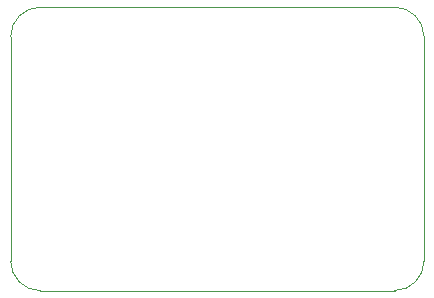
<source format=gm1>
%TF.GenerationSoftware,KiCad,Pcbnew,8.0.7*%
%TF.CreationDate,2025-08-30T11:06:05-07:00*%
%TF.ProjectId,Pivot_Core,5069766f-745f-4436-9f72-652e6b696361,rev?*%
%TF.SameCoordinates,Original*%
%TF.FileFunction,Profile,NP*%
%FSLAX46Y46*%
G04 Gerber Fmt 4.6, Leading zero omitted, Abs format (unit mm)*
G04 Created by KiCad (PCBNEW 8.0.7) date 2025-08-30 11:06:05*
%MOMM*%
%LPD*%
G01*
G04 APERTURE LIST*
%TA.AperFunction,Profile*%
%ADD10C,0.050000*%
%TD*%
G04 APERTURE END LIST*
D10*
X162500000Y-78000000D02*
G75*
G02*
X165000000Y-80500000I0J-2500000D01*
G01*
X132500000Y-78000000D02*
X162500000Y-78000000D01*
X162500000Y-102000000D02*
X132500000Y-102000000D01*
X130000000Y-80500000D02*
G75*
G02*
X132500000Y-78000000I2500000J0D01*
G01*
X165000000Y-99500000D02*
X165000000Y-80500000D01*
X165000000Y-99500000D02*
G75*
G02*
X162500000Y-102000000I-2500000J0D01*
G01*
X132500000Y-102000000D02*
G75*
G02*
X130000000Y-99500000I0J2500000D01*
G01*
X130000000Y-99500000D02*
X130000000Y-80500000D01*
M02*

</source>
